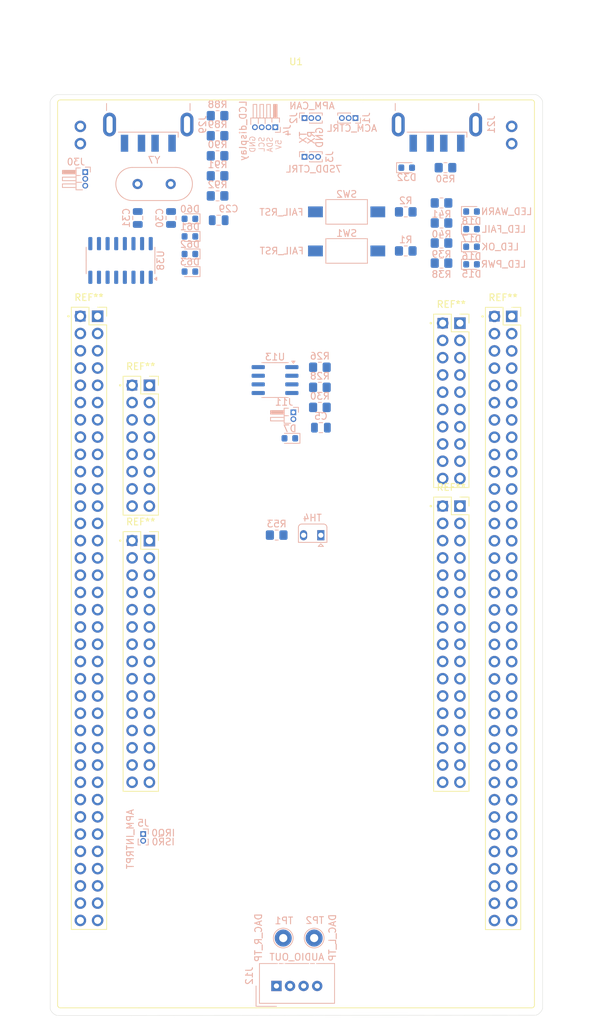
<source format=kicad_pcb>
(kicad_pcb (version 20241229) (generator "pcbnew") (generator_version "9.0")
  (title_block (date "2025-08-03"))
  (layers (0 "F.Cu" signal) (4 "In1.Cu" power) (6 "In2.Cu" power) (2 "B.Cu" signal) (13 "F.Paste" user) (15 "B.Paste" user) (5 "F.SilkS" user "F.Silkscreen") (7 "B.SilkS" user "B.Silkscreen") (1 "F.Mask" user) (3 "B.Mask" user) (25 "Edge.Cuts" user))
  (net 0 "")
  (net 1 "GND")
  (net 2 "5V_APM")
  (net 3 "Net-(U38-XI)")
  (net 4 "Net-(U38-XO)")
  (net 5 "Net-(D15-A)")
  (net 6 "Net-(D16-A)")
  (net 7 "Net-(D17-A)")
  (net 8 "Net-(D18-A)")
  (net 9 "Net-(D32-A)")
  (net 10 "Net-(D60-A)")
  (net 11 "Net-(D61-A)")
  (net 12 "Net-(D62-A)")
  (net 13 "Net-(D63-A)")
  (net 14 "/APM_CMD_RX")
  (net 15 "/APM_CMD_TX")
  (net 16 "/APM_CAN_TD")
  (net 17 "/APM_CAN_RD")
  (net 18 "/7SDD_CMD_RX")
  (net 19 "/7SDD_CMD_TX")
  (net 20 "/APM_I2C1_SCL")
  (net 21 "/APM_I2C1_SDA")
  (net 22 "/APM_IRQ0")
  (net 23 "/APM_ISR0")
  (net 24 "/APM_DAC_L")
  (net 26 "/APM_DAC_R")
  (net 27 "/APM_USB_D-")
  (net 30 "/APM_USB_D+")
  (net 32 "/USB_debug_APM/D+")
  (net 34 "/USB_debug_APM/D-")
  (net 35 "/APM_DBG_RX")
  (net 36 "/USB_debug_APM/DBG_TX")
  (net 37 "/APM_LED_OK")
  (net 38 "/APM_LED_WARN")
  (net 39 "/APM_LED_FAIL")
  (net 165 "Net-(U1C-GND_CN8-PadCN8_11)")
  (net 168 "Net-(U1F-GND_CN10-PadCN10_17)")
  (net 221 "Net-(U1D-GND_CN9-PadCN9_12)")
  (net 256 "5V_TDM")
  (net 257 "Net-(D7-A)")
  (net 258 "Net-(J11-Pin_1)")
  (net 259 "/PMS_APM/APM_VDD")
  (net 260 "Net-(U1A-PD9)")
  (net 261 "Net-(R53-Pad1)")
  (net 262 "/PMS_APM/TDM_I2C1_SCL")
  (net 263 "/PMS_APM/TDM_I2C1_SDA")
  (net 264 "/APM_WARN_RST")
  (net 265 "/APM_FAIL_RST")
  (footprint "Connector_PinSocket_2.54mm:PinSocket_2x17_P2.54mm_Vertical" (layer "F.Cu") (at 120.828405 90.545675)
    (property "Reference" "REF**")
    (property "Value" "PinSocket_2x17_P2.54mm_Vertical")
  )
  (footprint "Connector_PinSocket_2.54mm:PinSocket_2x36_P2.54mm_Vertical" (layer "F.Cu") (at 67.49344 62.609089)
    (property "Reference" "REF**")
    (property "Value" "PinSocket_2x36_P2.54mm_Vertical")
  )
  (footprint "Connector_PinSocket_2.54mm:PinSocket_2x36_P2.54mm_Vertical" (layer "F.Cu") (at 128.450216 62.629354)
    (property "Reference" "REF**")
    (property "Value" "PinSocket_2x36_P2.54mm_Vertical")
  )
  (footprint "myfootprints:ST_Morpho_and_Zio_Connectors_144_STLink" (layer "F.Cu") (at 64.95 62.615)
    (property "Reference" "U1")
    (property "Value" "NUCLEO-H753ZI")
  )
  (footprint "Connector_PinSocket_2.54mm:PinSocket_2x10_P2.54mm_Vertical" (layer "F.Cu") (at 120.828243 63.62573)
    (property "Reference" "REF**")
    (property "Value" "PinSocket_2x10_P2.54mm_Vertical")
  )
  (footprint "Connector_PinSocket_2.54mm:PinSocket_2x15_P2.54mm_Vertical" (layer "F.Cu") (at 75.113763 95.626667)
    (property "Reference" "REF**")
    (property "Value" "PinSocket_2x15_P2.54mm_Vertical")
  )
  (footprint "Connector_PinSocket_2.54mm:PinSocket_2x08_P2.54mm_Vertical" (layer "F.Cu") (at 75.112387 72.77)
    (property "Reference" "REF**")
    (property "Value" "PinSocket_2x08_P2.54mm_Vertical")
  )
  (footprint "Connector_PinHeader_1.00mm:PinHeader_1x02_P1.00mm_Vertical" (layer "B.Cu") (at 74.2 138.8 180)
    (property "Reference" "J5")
    (property "Value" "APM_INTRPT")
  )
  (footprint "Package_TO_SOT_THT:Heraeus_TO-92-2" (layer "B.Cu") (at 100.35 94.832 180)
    (property "Reference" "TH4")
    (property "Value" "10k")
  )
  (footprint "Capacitor_SMD:C_0805_2012Metric" (layer "B.Cu") (at 78.3 48.15 -90)
    (property "Reference" "C30")
    (property "Value" "22pf")
  )
  (footprint "LED_SMD:LED_0603_1608Metric" (layer "B.Cu") (at 122.5375 54.97)
    (property "Reference" "D15")
    (property "Value" "LED_PWR")
  )
  (footprint "Connector_PinHeader_1.00mm:PinHeader_1x03_P1.00mm_Vertical" (layer "B.Cu") (at 105.45 33.45 90)
    (property "Reference" "J1")
    (property "Value" "ACM_CTRL")
  )
  (footprint "Resistor_SMD:R_0805_2012Metric_Pad1.20x1.40mm_HandSolder" (layer "B.Cu") (at 85.15 44.9 180)
    (property "Reference" "R92")
    (property "Value" "300")
  )
  (footprint "Connector_PinHeader_1.00mm:PinHeader_1x04_P1.00mm_Horizontal" (layer "B.Cu") (at 93.65 34.8 90)
    (property "Reference" "J4")
    (property "Value" "LCD_display")
  )
  (footprint "LED_SMD:LED_0603_1608Metric" (layer "B.Cu") (at 81.08 48.27 180)
    (property "Reference" "D60")
    (property "Value" "LED_PWR")
  )
  (footprint "Connector_PinHeader_1.00mm:PinHeader_1x03_P1.00mm_Vertical" (layer "B.Cu") (at 97.95 33.45 -90)
    (property "Reference" "J2")
    (property "Value" "APM_CAN")
  )
  (footprint "Resistor_SMD:R_0805_2012Metric_Pad1.20x1.40mm_HandSolder" (layer "B.Cu") (at 112.85 53 180)
    (property "Reference" "R1")
    (property "Value" "300")
  )
  (footprint "LED_SMD:LED_0603_1608Metric" (layer "B.Cu") (at 81.08 56.04 180)
    (property "Reference" "D63")
    (property "Value" "RXD")
  )
  (footprint "LED_SMD:LED_0603_1608Metric" (layer "B.Cu") (at 122.5375 49.79)
    (property "Reference" "D17")
    (property "Value" "LED_FAIL")
  )
  (footprint "LED_SMD:LED_0603_1608Metric" (layer "B.Cu") (at 122.5375 52.38)
    (property "Reference" "D16")
    (property "Value" "LED_OK")
  )
  (footprint "Connector_PinHeader_1.00mm:PinHeader_1x03_P1.00mm_Vertical" (layer "B.Cu") (at 97.95 39.15 -90)
    (property "Reference" "J3")
    (property "Value" "7SDD_CTRL")
  )
  (footprint "Package_SO:SOIC-8_3.9x4.9mm_P1.27mm" (layer "B.Cu") (at 93.610714 72 180)
    (property "Reference" "U13")
    (property "Value" "INA219AxD")
  )
  (footprint "Package_SO:SOIC-16_3.9x9.9mm_P1.27mm" (layer "B.Cu") (at 70.865 54.4 90)
    (property "Reference" "U38")
    (property "Value" "CH340G")
  )
  (footprint "LED_SMD:LED_0603_1608Metric" (layer "B.Cu") (at 81.08 53.45 180)
    (property "Reference" "D62")
    (property "Value" "TXD")
  )
  (footprint "Resistor_SMD:R_0805_2012Metric_Pad1.20x1.40mm_HandSolder" (layer "B.Cu") (at 85.15 33.1 180)
    (property "Reference" "R88")
    (property "Value" "300")
  )
  (footprint "Resistor_SMD:R_0805_2012Metric_Pad1.20x1.40mm_HandSolder" (layer "B.Cu") (at 100.210714 73.07 180)
    (property "Reference" "R28")
    (property "Value" "10k")
  )
  (footprint "Resistor_SMD:R_0805_2012Metric_Pad1.20x1.40mm_HandSolder" (layer "B.Cu") (at 112.85 47.25 180)
    (property "Reference" "R2")
    (property "Value" "300")
  )
  (footprint "Connector_USB:USB_A_CNCTech_1001-011-01101_Horizontal" (layer "B.Cu") (at 117.45 27.5 90)
    (property "Reference" "J21")
    (property "Value" "USB_A")
  )
  (footprint "Resistor_SMD:R_0805_2012Metric_Pad1.20x1.40mm_HandSolder" (layer "B.Cu") (at 100.210714 76.02 180)
    (property "Reference" "R30")
    (property "Value" "300")
  )
  (footprint "Capacitor_SMD:C_0805_2012Metric" (layer "B.Cu") (at 73.4 48.15 -90)
    (property "Reference" "C31")
    (property "Value" "22pf")
  )
  (footprint "Connector:NS-Tech_Grove_1x04_P2mm_Vertical" (layer "B.Cu") (at 93.8175 161.1575 -90)
    (property "Reference" "J12")
    (property "Value" "AUDIO_OUT")
  )
  (footprint "Resistor_SMD:R_0805_2012Metric_Pad1.20x1.40mm_HandSolder" (layer "B.Cu") (at 100.210714 70.12 180)
    (property "Reference" "R26")
    (property "Value" "10k")
  )
  (footprint "Resistor_SMD:R_0805_2012Metric_Pad1.20x1.40mm_HandSolder" (layer "B.Cu") (at 118.1175 45.94)
    (property "Reference" "R41")
    (property "Value" "300")
  )
  (footprint "Resistor_SMD:R_0805_2012Metric_Pad1.20x1.40mm_HandSolder" (layer "B.Cu") (at 118.1175 54.79)
    (property "Reference" "R38")
    (property "Value" "300")
  )
  (footprint "Resistor_SMD:R_0805_2012Metric_Pad1.20x1.40mm_HandSolder" (layer "B.Cu") (at 118.1175 48.89)
    (property "Reference" "R40")
    (property "Value" "300")
  )
  (footprint "Resistor_SMD:R_0805_2012Metric_Pad1.20x1.40mm_HandSolder" (layer "B.Cu") (at 118.1175 51.84)
    (property "Reference" "R39")
    (property "Value" "300")
  )
  (footprint "LED_SMD:LED_0603_1608Metric" (layer "B.Cu") (at 95.790714 80.57 180)
    (property "Reference" "D7")
    (property "Value" "LED_PWR")
  )
  (footprint "Button_Switch_SMD:SW_SPST_FSMSM" (layer "B.Cu") (at 104.15 53 180)
    (property "Reference" "SW1")
    (property "Value" "FAIL_RST")
  )
  (footprint "Connector_PinHeader_1.00mm:PinHeader_1x02_P1.00mm_Horizontal" (layer "B.Cu") (at 96.310714 76.75 180)
    (property "Reference" "J11")
    (property "Value" "INA219_CONFIG")
  )
  (footprint "Resistor_SMD:R_0805_2012Metric_Pad1.20x1.40mm_HandSolder" (layer "B.Cu") (at 85.15 36.05 180)
    (property "Reference" "R89")
    (property "Value" "300")
  )
  (footprint "Capacitor_SMD:C_0805_2012Metric" (layer "B.Cu") (at 100.360714 79 180)
    (property "Reference" "C5")
    (property "Value" "0.1uf")
  )
  (footprint "TestPoint:TestPoint_THTPad_D2.5mm_Drill1.2mm" (layer "B.Cu") (at 94.8175 154.1075 -90)
    (property "Reference" "TP1")
    (property "Value" "DAC_R_TP")
  )
  (footprint "TestPoint:TestPoint_THTPad_D2.5mm_Drill1.2mm" (layer "B.Cu") (at 99.3675 154.1075 -90)
    (property "Reference" "TP2")
    (property "Value" "DAC_L_TP")
  )
  (footprint "Capacitor_SMD:C_0805_2012Metric" (layer "B.Cu") (at 85.31 48.48 180)
    (property "Reference" "C29")
    (property "Value" "22pf")
  )
  (footprint "Button_Switch_SMD:SW_SPST_FSMSM" (layer "B.Cu") (at 104.15 47.25 180)
    (property "Reference" "SW2")
    (property "Value" "FAIL_RST")
  )
  (footprint "Resistor_SMD:R_0805_2012Metric_Pad1.20x1.40mm_HandSolder" (layer "B.Cu") (at 85.15 39 180)
    (property "Reference" "R90")
    (property "Value" "1k5")
  )
  (footprint "LED_SMD:LED_0603_1608Metric" (layer "B.Cu") (at 112.9875 40.75)
    (property "Reference" "D32")
    (property "Value" "LED_PWR")
  )
  (footprint "LED_SMD:LED_0603_1608Metric" (layer "B.Cu") (at 81.08 50.86 180)
    (property "Reference" "D61")
    (property "Value" "LED_PWR")
  )
  (footprint "Resistor_SMD:R_0805_2012Metric_Pad1.20x1.40mm_HandSolder" (layer "B.Cu") (at 93.85 94.812 180)
    (property "Reference" "R53")
    (property "Value" "10k")
  )
  (footprint "Resistor_SMD:R_0805_2012Metric_Pad1.20x1.40mm_HandSolder" (layer "B.Cu") (at 118.7 40.75)
    (property "Reference" "R50")
    (property "Value" "300")
  )
  (footprint "Connector_USB:USB_A_CNCTech_1001-011-01101_Horizontal" (layer "B.Cu") (at 74.95 27.5 90)
    (property "Reference" "J29")
    (property "Value" "USB_A")
  )
  (footprint "Resistor_SMD:R_0805_2012Metric_Pad1.20x1.40mm_HandSolder" (layer "B.Cu") (at 85.15 41.95 180)
    (property "Reference" "R91")
    (property "Value" "300")
  )
  (footprint "LED_SMD:LED_0603_1608Metric" (layer "B.Cu") (at 122.5375 47.2)
    (property "Reference" "D18")
    (property "Value" "LED_WARN")
  )
  (footprint "Crystal:Crystal_HC49-4H_Vertical" (layer "B.Cu") (at 78.25 43.15 180)
    (property "Reference" "Y7")
    (property "Value" "12MHz")
  )
  (footprint "Connector_PinHeader_1.00mm:PinHeader_1x03_P1.00mm_Horizontal" (layer "B.Cu") (at 65.675 41.4 180)
    (property "Reference" "J30")
    (property "Value" "UART_DEBUG")
  )
  (gr_line (start 132.011768 165.458731) (end 72.5 165.5) (stroke (width 0.05)) (layer "Edge.Cuts"))
  (gr_arc (start 132.552955 165.148658) (mid 132.301089 165.336381) (end 132.011768 165.458731) (stroke (width 0.05)) (layer "Edge.Cuts"))
  (gr_arc (start 132.003846 30) (mid 132.376183 30.183164) (end 132.688044 30.456891) (stroke (width 0.05)) (layer "Edge.Cuts"))
  (gr_arc (start 60.5 31) (mid 60.68341 30.624448) (end 60.958813 30.310072) (stroke (width 0.05)) (layer "Edge.Cuts"))
  (gr_arc (start 60.820896 165.058042) (mid 60.633173 164.806176) (end 60.510823 164.516855) (stroke (width 0.05)) (layer "Edge.Cuts"))
  (gr_arc (start 132.688043 30.456891) (mid 132.875766 30.708757) (end 132.998116 30.998078) (stroke (width 0.05)) (layer "Edge.Cuts"))
  (gr_arc (start 60.958813 30.310073) (mid 61.210679 30.12235) (end 61.5 30) (stroke (width 0.05)) (layer "Edge.Cuts"))
  (gr_line (start 132.998142 30.998078) (end 132.998116 164.464819) (stroke (width 0.05)) (layer "Edge.Cuts"))
  (gr_arc (start 133 164.458731) (mid 132.824568 164.834856) (end 132.552955 165.148659) (stroke (width 0.05)) (layer "Edge.Cuts"))
  (gr_arc (start 61.5 165.5) (mid 61.129866 165.326012) (end 60.820895 165.058042) (stroke (width 0.05)) (layer "Edge.Cuts"))
  (gr_line (start 60.510841 164.516855) (end 60.499835 31.000499) (stroke (width 0.05)) (layer "Edge.Cuts"))
  (gr_line (start 72.5 165.5) (end 61.500002 165.5) (stroke (width 0.05)) (layer "Edge.Cuts"))
  (gr_line (start 61.5 30) (end 132 30) (stroke (width 0.05)) (layer "Edge.Cuts"))
  (gr_text "IRQ0" (at 77.15 138.65 0) (layer "B.SilkS") (effects (font (size 1 1)) (justify mirror)))
  (gr_text "ISR0" (at 77.15 139.95 0) (layer "B.SilkS") (effects (font (size 1 1)) (justify mirror)))
  (gr_text "RX" (at 98.95 36.3 90) (layer "B.SilkS") (effects (font (size 1 1)) (justify mirror)))
  (gr_text "GND" (at 90.3 37.3 90) (layer "B.SilkS") (effects (font (size 0.8 0.8) (thickness 0.1)) (justify mirror)))
  (gr_text "SCL" (at 91.65 37.3 90) (layer "B.SilkS") (effects (font (size 0.8 0.8) (thickness 0.1)) (justify mirror)))
  (gr_text "5V" (at 94.15 37.35 90) (layer "B.SilkS") (effects (font (size 0.8 0.8) (thickness 0.1)) (justify mirror)))
  (gr_text "GND" (at 100.15 36.3 90) (layer "B.SilkS") (effects (font (size 1 1)) (justify mirror)))
  (gr_text "TX" (at 97.75 36.3 90) (layer "B.SilkS") (effects (font (size 1 1)) (justify mirror)))
  (gr_text "SDA" (at 92.85 37.35 90) (layer "B.SilkS") (effects (font (size 0.8 0.8) (thickness 0.1)) (justify mirror)))
)
</source>
